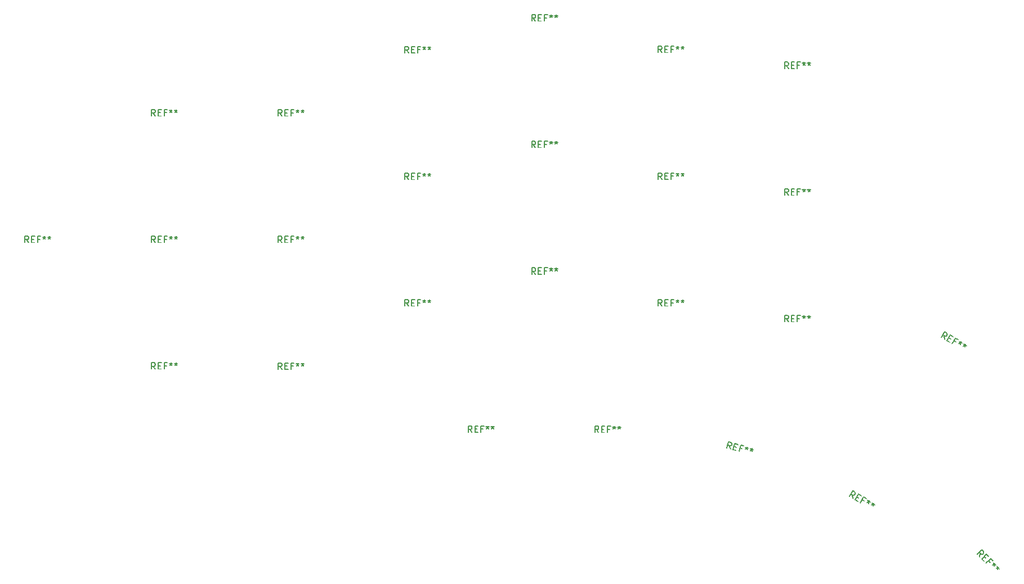
<source format=gto>
G04 #@! TF.GenerationSoftware,KiCad,Pcbnew,(5.1.10)-1*
G04 #@! TF.CreationDate,2021-10-25T12:35:37+03:00*
G04 #@! TF.ProjectId,top_plate,746f705f-706c-4617-9465-2e6b69636164,rev?*
G04 #@! TF.SameCoordinates,Original*
G04 #@! TF.FileFunction,Legend,Top*
G04 #@! TF.FilePolarity,Positive*
%FSLAX46Y46*%
G04 Gerber Fmt 4.6, Leading zero omitted, Abs format (unit mm)*
G04 Created by KiCad (PCBNEW (5.1.10)-1) date 2021-10-25 12:35:37*
%MOMM*%
%LPD*%
G01*
G04 APERTURE LIST*
%ADD10C,0.150000*%
%ADD11O,14.800000X2.000000*%
%ADD12O,2.000000X14.800000*%
%ADD13C,3.800000*%
G04 APERTURE END LIST*
D10*
X191794908Y-114899091D02*
X191744329Y-114320032D01*
X191300037Y-114613377D02*
X191800037Y-113747352D01*
X192129951Y-113937828D01*
X192188620Y-114026686D01*
X192206050Y-114091735D01*
X192199670Y-114198023D01*
X192128242Y-114321741D01*
X192039383Y-114380410D01*
X191974335Y-114397840D01*
X191868047Y-114391460D01*
X191538132Y-114200984D01*
X192427967Y-114659745D02*
X192716642Y-114826411D01*
X192578455Y-115351472D02*
X192166062Y-115113377D01*
X192666062Y-114247352D01*
X193078455Y-114485447D01*
X193500189Y-115278792D02*
X193211514Y-115112126D01*
X192949609Y-115565758D02*
X193449609Y-114699732D01*
X193862002Y-114937828D01*
X194315634Y-115199732D02*
X194196587Y-115405929D01*
X194038009Y-115204403D02*
X194196587Y-115405929D01*
X194450402Y-115442498D01*
X193977631Y-115499458D02*
X194196587Y-115405929D01*
X194225067Y-115642315D01*
X194975463Y-115580685D02*
X194856416Y-115786881D01*
X194697838Y-115585355D02*
X194856416Y-115786881D01*
X195110231Y-115823450D01*
X194637460Y-115880410D02*
X194856416Y-115786881D01*
X194884896Y-116023267D01*
X197093815Y-147679766D02*
X197194830Y-147107346D01*
X196689754Y-147275705D02*
X197396861Y-146568598D01*
X197666235Y-146837972D01*
X197699906Y-146938988D01*
X197699906Y-147006331D01*
X197666235Y-147107346D01*
X197565219Y-147208362D01*
X197464204Y-147242033D01*
X197396861Y-147242033D01*
X197295845Y-147208362D01*
X197026471Y-146938988D01*
X197767250Y-147612423D02*
X198002952Y-147848125D01*
X197733578Y-148319529D02*
X197396861Y-147982812D01*
X198103967Y-147275705D01*
X198440685Y-147612423D01*
X198642715Y-148487888D02*
X198407013Y-148252186D01*
X198036624Y-148622575D02*
X198743731Y-147915468D01*
X199080448Y-148252186D01*
X199450837Y-148622575D02*
X199282479Y-148790934D01*
X199181463Y-148555232D02*
X199282479Y-148790934D01*
X199518181Y-148891949D01*
X199046776Y-148824606D02*
X199282479Y-148790934D01*
X199248807Y-149026636D01*
X199989585Y-149161323D02*
X199821227Y-149329682D01*
X199720211Y-149093980D02*
X199821227Y-149329682D01*
X200056929Y-149430697D01*
X199585524Y-149363354D02*
X199821227Y-149329682D01*
X199787555Y-149565384D01*
X177977308Y-138851291D02*
X177926729Y-138272232D01*
X177482437Y-138565577D02*
X177982437Y-137699552D01*
X178312351Y-137890028D01*
X178371020Y-137978886D01*
X178388450Y-138043935D01*
X178382070Y-138150223D01*
X178310642Y-138273941D01*
X178221783Y-138332610D01*
X178156735Y-138350040D01*
X178050447Y-138343660D01*
X177720532Y-138153184D01*
X178610367Y-138611945D02*
X178899042Y-138778611D01*
X178760855Y-139303672D02*
X178348462Y-139065577D01*
X178848462Y-138199552D01*
X179260855Y-138437647D01*
X179682589Y-139230992D02*
X179393914Y-139064326D01*
X179132009Y-139517958D02*
X179632009Y-138651932D01*
X180044402Y-138890028D01*
X180498034Y-139151932D02*
X180378987Y-139358129D01*
X180220409Y-139156603D02*
X180378987Y-139358129D01*
X180632802Y-139394698D01*
X180160031Y-139451658D02*
X180378987Y-139358129D01*
X180407467Y-139594515D01*
X181157863Y-139532885D02*
X181038816Y-139739081D01*
X180880238Y-139537555D02*
X181038816Y-139739081D01*
X181292631Y-139775650D01*
X180819860Y-139832610D02*
X181038816Y-139739081D01*
X181067296Y-139975467D01*
X159604812Y-131428170D02*
X159406083Y-130881932D01*
X159052854Y-131280273D02*
X159311673Y-130314347D01*
X159679645Y-130412945D01*
X159759313Y-130483591D01*
X159792985Y-130541912D01*
X159814332Y-130646230D01*
X159777358Y-130784219D01*
X159706712Y-130863888D01*
X159648391Y-130897559D01*
X159544073Y-130918906D01*
X159176101Y-130820309D01*
X160154352Y-131033131D02*
X160476327Y-131119404D01*
X160478744Y-131662339D02*
X160018780Y-131539092D01*
X160277599Y-130573167D01*
X160737564Y-130696414D01*
X161350260Y-131353574D02*
X161028285Y-131267301D01*
X160892713Y-131773262D02*
X161151532Y-130807336D01*
X161611496Y-130930583D01*
X162117458Y-131066155D02*
X162055834Y-131296138D01*
X161850501Y-131142521D02*
X162055834Y-131296138D01*
X162310466Y-131265768D01*
X161868546Y-131443149D02*
X162055834Y-131296138D01*
X162144525Y-131517098D01*
X162853401Y-131263351D02*
X162791777Y-131493333D01*
X162586445Y-131339716D02*
X162791777Y-131493333D01*
X163046409Y-131462964D01*
X162604489Y-131640345D02*
X162791777Y-131493333D01*
X162880468Y-131714293D01*
X120739066Y-128907980D02*
X120405733Y-128431790D01*
X120167638Y-128907980D02*
X120167638Y-127907980D01*
X120548590Y-127907980D01*
X120643828Y-127955600D01*
X120691447Y-128003219D01*
X120739066Y-128098457D01*
X120739066Y-128241314D01*
X120691447Y-128336552D01*
X120643828Y-128384171D01*
X120548590Y-128431790D01*
X120167638Y-128431790D01*
X121167638Y-128384171D02*
X121500971Y-128384171D01*
X121643828Y-128907980D02*
X121167638Y-128907980D01*
X121167638Y-127907980D01*
X121643828Y-127907980D01*
X122405733Y-128384171D02*
X122072400Y-128384171D01*
X122072400Y-128907980D02*
X122072400Y-127907980D01*
X122548590Y-127907980D01*
X123072400Y-127907980D02*
X123072400Y-128146076D01*
X122834304Y-128050838D02*
X123072400Y-128146076D01*
X123310495Y-128050838D01*
X122929542Y-128336552D02*
X123072400Y-128146076D01*
X123215257Y-128336552D01*
X123834304Y-127907980D02*
X123834304Y-128146076D01*
X123596209Y-128050838D02*
X123834304Y-128146076D01*
X124072400Y-128050838D01*
X123691447Y-128336552D02*
X123834304Y-128146076D01*
X123977161Y-128336552D01*
X139789066Y-128933380D02*
X139455733Y-128457190D01*
X139217638Y-128933380D02*
X139217638Y-127933380D01*
X139598590Y-127933380D01*
X139693828Y-127981000D01*
X139741447Y-128028619D01*
X139789066Y-128123857D01*
X139789066Y-128266714D01*
X139741447Y-128361952D01*
X139693828Y-128409571D01*
X139598590Y-128457190D01*
X139217638Y-128457190D01*
X140217638Y-128409571D02*
X140550971Y-128409571D01*
X140693828Y-128933380D02*
X140217638Y-128933380D01*
X140217638Y-127933380D01*
X140693828Y-127933380D01*
X141455733Y-128409571D02*
X141122400Y-128409571D01*
X141122400Y-128933380D02*
X141122400Y-127933380D01*
X141598590Y-127933380D01*
X142122400Y-127933380D02*
X142122400Y-128171476D01*
X141884304Y-128076238D02*
X142122400Y-128171476D01*
X142360495Y-128076238D01*
X141979542Y-128361952D02*
X142122400Y-128171476D01*
X142265257Y-128361952D01*
X142884304Y-127933380D02*
X142884304Y-128171476D01*
X142646209Y-128076238D02*
X142884304Y-128171476D01*
X143122400Y-128076238D01*
X142741447Y-128361952D02*
X142884304Y-128171476D01*
X143027161Y-128361952D01*
X168338666Y-74120180D02*
X168005333Y-73643990D01*
X167767238Y-74120180D02*
X167767238Y-73120180D01*
X168148190Y-73120180D01*
X168243428Y-73167800D01*
X168291047Y-73215419D01*
X168338666Y-73310657D01*
X168338666Y-73453514D01*
X168291047Y-73548752D01*
X168243428Y-73596371D01*
X168148190Y-73643990D01*
X167767238Y-73643990D01*
X168767238Y-73596371D02*
X169100571Y-73596371D01*
X169243428Y-74120180D02*
X168767238Y-74120180D01*
X168767238Y-73120180D01*
X169243428Y-73120180D01*
X170005333Y-73596371D02*
X169672000Y-73596371D01*
X169672000Y-74120180D02*
X169672000Y-73120180D01*
X170148190Y-73120180D01*
X170672000Y-73120180D02*
X170672000Y-73358276D01*
X170433904Y-73263038D02*
X170672000Y-73358276D01*
X170910095Y-73263038D01*
X170529142Y-73548752D02*
X170672000Y-73358276D01*
X170814857Y-73548752D01*
X171433904Y-73120180D02*
X171433904Y-73358276D01*
X171195809Y-73263038D02*
X171433904Y-73358276D01*
X171672000Y-73263038D01*
X171291047Y-73548752D02*
X171433904Y-73358276D01*
X171576761Y-73548752D01*
X168338666Y-93195580D02*
X168005333Y-92719390D01*
X167767238Y-93195580D02*
X167767238Y-92195580D01*
X168148190Y-92195580D01*
X168243428Y-92243200D01*
X168291047Y-92290819D01*
X168338666Y-92386057D01*
X168338666Y-92528914D01*
X168291047Y-92624152D01*
X168243428Y-92671771D01*
X168148190Y-92719390D01*
X167767238Y-92719390D01*
X168767238Y-92671771D02*
X169100571Y-92671771D01*
X169243428Y-93195580D02*
X168767238Y-93195580D01*
X168767238Y-92195580D01*
X169243428Y-92195580D01*
X170005333Y-92671771D02*
X169672000Y-92671771D01*
X169672000Y-93195580D02*
X169672000Y-92195580D01*
X170148190Y-92195580D01*
X170672000Y-92195580D02*
X170672000Y-92433676D01*
X170433904Y-92338438D02*
X170672000Y-92433676D01*
X170910095Y-92338438D01*
X170529142Y-92624152D02*
X170672000Y-92433676D01*
X170814857Y-92624152D01*
X171433904Y-92195580D02*
X171433904Y-92433676D01*
X171195809Y-92338438D02*
X171433904Y-92433676D01*
X171672000Y-92338438D01*
X171291047Y-92624152D02*
X171433904Y-92433676D01*
X171576761Y-92624152D01*
X168338666Y-112270980D02*
X168005333Y-111794790D01*
X167767238Y-112270980D02*
X167767238Y-111270980D01*
X168148190Y-111270980D01*
X168243428Y-111318600D01*
X168291047Y-111366219D01*
X168338666Y-111461457D01*
X168338666Y-111604314D01*
X168291047Y-111699552D01*
X168243428Y-111747171D01*
X168148190Y-111794790D01*
X167767238Y-111794790D01*
X168767238Y-111747171D02*
X169100571Y-111747171D01*
X169243428Y-112270980D02*
X168767238Y-112270980D01*
X168767238Y-111270980D01*
X169243428Y-111270980D01*
X170005333Y-111747171D02*
X169672000Y-111747171D01*
X169672000Y-112270980D02*
X169672000Y-111270980D01*
X170148190Y-111270980D01*
X170672000Y-111270980D02*
X170672000Y-111509076D01*
X170433904Y-111413838D02*
X170672000Y-111509076D01*
X170910095Y-111413838D01*
X170529142Y-111699552D02*
X170672000Y-111509076D01*
X170814857Y-111699552D01*
X171433904Y-111270980D02*
X171433904Y-111509076D01*
X171195809Y-111413838D02*
X171433904Y-111509076D01*
X171672000Y-111413838D01*
X171291047Y-111699552D02*
X171433904Y-111509076D01*
X171576761Y-111699552D01*
X149314066Y-71732580D02*
X148980733Y-71256390D01*
X148742638Y-71732580D02*
X148742638Y-70732580D01*
X149123590Y-70732580D01*
X149218828Y-70780200D01*
X149266447Y-70827819D01*
X149314066Y-70923057D01*
X149314066Y-71065914D01*
X149266447Y-71161152D01*
X149218828Y-71208771D01*
X149123590Y-71256390D01*
X148742638Y-71256390D01*
X149742638Y-71208771D02*
X150075971Y-71208771D01*
X150218828Y-71732580D02*
X149742638Y-71732580D01*
X149742638Y-70732580D01*
X150218828Y-70732580D01*
X150980733Y-71208771D02*
X150647400Y-71208771D01*
X150647400Y-71732580D02*
X150647400Y-70732580D01*
X151123590Y-70732580D01*
X151647400Y-70732580D02*
X151647400Y-70970676D01*
X151409304Y-70875438D02*
X151647400Y-70970676D01*
X151885495Y-70875438D01*
X151504542Y-71161152D02*
X151647400Y-70970676D01*
X151790257Y-71161152D01*
X152409304Y-70732580D02*
X152409304Y-70970676D01*
X152171209Y-70875438D02*
X152409304Y-70970676D01*
X152647400Y-70875438D01*
X152266447Y-71161152D02*
X152409304Y-70970676D01*
X152552161Y-71161152D01*
X149314066Y-90807980D02*
X148980733Y-90331790D01*
X148742638Y-90807980D02*
X148742638Y-89807980D01*
X149123590Y-89807980D01*
X149218828Y-89855600D01*
X149266447Y-89903219D01*
X149314066Y-89998457D01*
X149314066Y-90141314D01*
X149266447Y-90236552D01*
X149218828Y-90284171D01*
X149123590Y-90331790D01*
X148742638Y-90331790D01*
X149742638Y-90284171D02*
X150075971Y-90284171D01*
X150218828Y-90807980D02*
X149742638Y-90807980D01*
X149742638Y-89807980D01*
X150218828Y-89807980D01*
X150980733Y-90284171D02*
X150647400Y-90284171D01*
X150647400Y-90807980D02*
X150647400Y-89807980D01*
X151123590Y-89807980D01*
X151647400Y-89807980D02*
X151647400Y-90046076D01*
X151409304Y-89950838D02*
X151647400Y-90046076D01*
X151885495Y-89950838D01*
X151504542Y-90236552D02*
X151647400Y-90046076D01*
X151790257Y-90236552D01*
X152409304Y-89807980D02*
X152409304Y-90046076D01*
X152171209Y-89950838D02*
X152409304Y-90046076D01*
X152647400Y-89950838D01*
X152266447Y-90236552D02*
X152409304Y-90046076D01*
X152552161Y-90236552D01*
X149314066Y-109883380D02*
X148980733Y-109407190D01*
X148742638Y-109883380D02*
X148742638Y-108883380D01*
X149123590Y-108883380D01*
X149218828Y-108931000D01*
X149266447Y-108978619D01*
X149314066Y-109073857D01*
X149314066Y-109216714D01*
X149266447Y-109311952D01*
X149218828Y-109359571D01*
X149123590Y-109407190D01*
X148742638Y-109407190D01*
X149742638Y-109359571D02*
X150075971Y-109359571D01*
X150218828Y-109883380D02*
X149742638Y-109883380D01*
X149742638Y-108883380D01*
X150218828Y-108883380D01*
X150980733Y-109359571D02*
X150647400Y-109359571D01*
X150647400Y-109883380D02*
X150647400Y-108883380D01*
X151123590Y-108883380D01*
X151647400Y-108883380D02*
X151647400Y-109121476D01*
X151409304Y-109026238D02*
X151647400Y-109121476D01*
X151885495Y-109026238D01*
X151504542Y-109311952D02*
X151647400Y-109121476D01*
X151790257Y-109311952D01*
X152409304Y-108883380D02*
X152409304Y-109121476D01*
X152171209Y-109026238D02*
X152409304Y-109121476D01*
X152647400Y-109026238D01*
X152266447Y-109311952D02*
X152409304Y-109121476D01*
X152552161Y-109311952D01*
X130289466Y-105108180D02*
X129956133Y-104631990D01*
X129718038Y-105108180D02*
X129718038Y-104108180D01*
X130098990Y-104108180D01*
X130194228Y-104155800D01*
X130241847Y-104203419D01*
X130289466Y-104298657D01*
X130289466Y-104441514D01*
X130241847Y-104536752D01*
X130194228Y-104584371D01*
X130098990Y-104631990D01*
X129718038Y-104631990D01*
X130718038Y-104584371D02*
X131051371Y-104584371D01*
X131194228Y-105108180D02*
X130718038Y-105108180D01*
X130718038Y-104108180D01*
X131194228Y-104108180D01*
X131956133Y-104584371D02*
X131622800Y-104584371D01*
X131622800Y-105108180D02*
X131622800Y-104108180D01*
X132098990Y-104108180D01*
X132622800Y-104108180D02*
X132622800Y-104346276D01*
X132384704Y-104251038D02*
X132622800Y-104346276D01*
X132860895Y-104251038D01*
X132479942Y-104536752D02*
X132622800Y-104346276D01*
X132765657Y-104536752D01*
X133384704Y-104108180D02*
X133384704Y-104346276D01*
X133146609Y-104251038D02*
X133384704Y-104346276D01*
X133622800Y-104251038D01*
X133241847Y-104536752D02*
X133384704Y-104346276D01*
X133527561Y-104536752D01*
X130289466Y-86032780D02*
X129956133Y-85556590D01*
X129718038Y-86032780D02*
X129718038Y-85032780D01*
X130098990Y-85032780D01*
X130194228Y-85080400D01*
X130241847Y-85128019D01*
X130289466Y-85223257D01*
X130289466Y-85366114D01*
X130241847Y-85461352D01*
X130194228Y-85508971D01*
X130098990Y-85556590D01*
X129718038Y-85556590D01*
X130718038Y-85508971D02*
X131051371Y-85508971D01*
X131194228Y-86032780D02*
X130718038Y-86032780D01*
X130718038Y-85032780D01*
X131194228Y-85032780D01*
X131956133Y-85508971D02*
X131622800Y-85508971D01*
X131622800Y-86032780D02*
X131622800Y-85032780D01*
X132098990Y-85032780D01*
X132622800Y-85032780D02*
X132622800Y-85270876D01*
X132384704Y-85175638D02*
X132622800Y-85270876D01*
X132860895Y-85175638D01*
X132479942Y-85461352D02*
X132622800Y-85270876D01*
X132765657Y-85461352D01*
X133384704Y-85032780D02*
X133384704Y-85270876D01*
X133146609Y-85175638D02*
X133384704Y-85270876D01*
X133622800Y-85175638D01*
X133241847Y-85461352D02*
X133384704Y-85270876D01*
X133527561Y-85461352D01*
X130289466Y-66957380D02*
X129956133Y-66481190D01*
X129718038Y-66957380D02*
X129718038Y-65957380D01*
X130098990Y-65957380D01*
X130194228Y-66005000D01*
X130241847Y-66052619D01*
X130289466Y-66147857D01*
X130289466Y-66290714D01*
X130241847Y-66385952D01*
X130194228Y-66433571D01*
X130098990Y-66481190D01*
X129718038Y-66481190D01*
X130718038Y-66433571D02*
X131051371Y-66433571D01*
X131194228Y-66957380D02*
X130718038Y-66957380D01*
X130718038Y-65957380D01*
X131194228Y-65957380D01*
X131956133Y-66433571D02*
X131622800Y-66433571D01*
X131622800Y-66957380D02*
X131622800Y-65957380D01*
X132098990Y-65957380D01*
X132622800Y-65957380D02*
X132622800Y-66195476D01*
X132384704Y-66100238D02*
X132622800Y-66195476D01*
X132860895Y-66100238D01*
X132479942Y-66385952D02*
X132622800Y-66195476D01*
X132765657Y-66385952D01*
X133384704Y-65957380D02*
X133384704Y-66195476D01*
X133146609Y-66100238D02*
X133384704Y-66195476D01*
X133622800Y-66100238D01*
X133241847Y-66385952D02*
X133384704Y-66195476D01*
X133527561Y-66385952D01*
X111214066Y-109908780D02*
X110880733Y-109432590D01*
X110642638Y-109908780D02*
X110642638Y-108908780D01*
X111023590Y-108908780D01*
X111118828Y-108956400D01*
X111166447Y-109004019D01*
X111214066Y-109099257D01*
X111214066Y-109242114D01*
X111166447Y-109337352D01*
X111118828Y-109384971D01*
X111023590Y-109432590D01*
X110642638Y-109432590D01*
X111642638Y-109384971D02*
X111975971Y-109384971D01*
X112118828Y-109908780D02*
X111642638Y-109908780D01*
X111642638Y-108908780D01*
X112118828Y-108908780D01*
X112880733Y-109384971D02*
X112547400Y-109384971D01*
X112547400Y-109908780D02*
X112547400Y-108908780D01*
X113023590Y-108908780D01*
X113547400Y-108908780D02*
X113547400Y-109146876D01*
X113309304Y-109051638D02*
X113547400Y-109146876D01*
X113785495Y-109051638D01*
X113404542Y-109337352D02*
X113547400Y-109146876D01*
X113690257Y-109337352D01*
X114309304Y-108908780D02*
X114309304Y-109146876D01*
X114071209Y-109051638D02*
X114309304Y-109146876D01*
X114547400Y-109051638D01*
X114166447Y-109337352D02*
X114309304Y-109146876D01*
X114452161Y-109337352D01*
X111214066Y-90833380D02*
X110880733Y-90357190D01*
X110642638Y-90833380D02*
X110642638Y-89833380D01*
X111023590Y-89833380D01*
X111118828Y-89881000D01*
X111166447Y-89928619D01*
X111214066Y-90023857D01*
X111214066Y-90166714D01*
X111166447Y-90261952D01*
X111118828Y-90309571D01*
X111023590Y-90357190D01*
X110642638Y-90357190D01*
X111642638Y-90309571D02*
X111975971Y-90309571D01*
X112118828Y-90833380D02*
X111642638Y-90833380D01*
X111642638Y-89833380D01*
X112118828Y-89833380D01*
X112880733Y-90309571D02*
X112547400Y-90309571D01*
X112547400Y-90833380D02*
X112547400Y-89833380D01*
X113023590Y-89833380D01*
X113547400Y-89833380D02*
X113547400Y-90071476D01*
X113309304Y-89976238D02*
X113547400Y-90071476D01*
X113785495Y-89976238D01*
X113404542Y-90261952D02*
X113547400Y-90071476D01*
X113690257Y-90261952D01*
X114309304Y-89833380D02*
X114309304Y-90071476D01*
X114071209Y-89976238D02*
X114309304Y-90071476D01*
X114547400Y-89976238D01*
X114166447Y-90261952D02*
X114309304Y-90071476D01*
X114452161Y-90261952D01*
X111214066Y-71757980D02*
X110880733Y-71281790D01*
X110642638Y-71757980D02*
X110642638Y-70757980D01*
X111023590Y-70757980D01*
X111118828Y-70805600D01*
X111166447Y-70853219D01*
X111214066Y-70948457D01*
X111214066Y-71091314D01*
X111166447Y-71186552D01*
X111118828Y-71234171D01*
X111023590Y-71281790D01*
X110642638Y-71281790D01*
X111642638Y-71234171D02*
X111975971Y-71234171D01*
X112118828Y-71757980D02*
X111642638Y-71757980D01*
X111642638Y-70757980D01*
X112118828Y-70757980D01*
X112880733Y-71234171D02*
X112547400Y-71234171D01*
X112547400Y-71757980D02*
X112547400Y-70757980D01*
X113023590Y-70757980D01*
X113547400Y-70757980D02*
X113547400Y-70996076D01*
X113309304Y-70900838D02*
X113547400Y-70996076D01*
X113785495Y-70900838D01*
X113404542Y-71186552D02*
X113547400Y-70996076D01*
X113690257Y-71186552D01*
X114309304Y-70757980D02*
X114309304Y-70996076D01*
X114071209Y-70900838D02*
X114309304Y-70996076D01*
X114547400Y-70900838D01*
X114166447Y-71186552D02*
X114309304Y-70996076D01*
X114452161Y-71186552D01*
X92164066Y-119433780D02*
X91830733Y-118957590D01*
X91592638Y-119433780D02*
X91592638Y-118433780D01*
X91973590Y-118433780D01*
X92068828Y-118481400D01*
X92116447Y-118529019D01*
X92164066Y-118624257D01*
X92164066Y-118767114D01*
X92116447Y-118862352D01*
X92068828Y-118909971D01*
X91973590Y-118957590D01*
X91592638Y-118957590D01*
X92592638Y-118909971D02*
X92925971Y-118909971D01*
X93068828Y-119433780D02*
X92592638Y-119433780D01*
X92592638Y-118433780D01*
X93068828Y-118433780D01*
X93830733Y-118909971D02*
X93497400Y-118909971D01*
X93497400Y-119433780D02*
X93497400Y-118433780D01*
X93973590Y-118433780D01*
X94497400Y-118433780D02*
X94497400Y-118671876D01*
X94259304Y-118576638D02*
X94497400Y-118671876D01*
X94735495Y-118576638D01*
X94354542Y-118862352D02*
X94497400Y-118671876D01*
X94640257Y-118862352D01*
X95259304Y-118433780D02*
X95259304Y-118671876D01*
X95021209Y-118576638D02*
X95259304Y-118671876D01*
X95497400Y-118576638D01*
X95116447Y-118862352D02*
X95259304Y-118671876D01*
X95402161Y-118862352D01*
X92164066Y-100358380D02*
X91830733Y-99882190D01*
X91592638Y-100358380D02*
X91592638Y-99358380D01*
X91973590Y-99358380D01*
X92068828Y-99406000D01*
X92116447Y-99453619D01*
X92164066Y-99548857D01*
X92164066Y-99691714D01*
X92116447Y-99786952D01*
X92068828Y-99834571D01*
X91973590Y-99882190D01*
X91592638Y-99882190D01*
X92592638Y-99834571D02*
X92925971Y-99834571D01*
X93068828Y-100358380D02*
X92592638Y-100358380D01*
X92592638Y-99358380D01*
X93068828Y-99358380D01*
X93830733Y-99834571D02*
X93497400Y-99834571D01*
X93497400Y-100358380D02*
X93497400Y-99358380D01*
X93973590Y-99358380D01*
X94497400Y-99358380D02*
X94497400Y-99596476D01*
X94259304Y-99501238D02*
X94497400Y-99596476D01*
X94735495Y-99501238D01*
X94354542Y-99786952D02*
X94497400Y-99596476D01*
X94640257Y-99786952D01*
X95259304Y-99358380D02*
X95259304Y-99596476D01*
X95021209Y-99501238D02*
X95259304Y-99596476D01*
X95497400Y-99501238D01*
X95116447Y-99786952D02*
X95259304Y-99596476D01*
X95402161Y-99786952D01*
X92164066Y-81282980D02*
X91830733Y-80806790D01*
X91592638Y-81282980D02*
X91592638Y-80282980D01*
X91973590Y-80282980D01*
X92068828Y-80330600D01*
X92116447Y-80378219D01*
X92164066Y-80473457D01*
X92164066Y-80616314D01*
X92116447Y-80711552D01*
X92068828Y-80759171D01*
X91973590Y-80806790D01*
X91592638Y-80806790D01*
X92592638Y-80759171D02*
X92925971Y-80759171D01*
X93068828Y-81282980D02*
X92592638Y-81282980D01*
X92592638Y-80282980D01*
X93068828Y-80282980D01*
X93830733Y-80759171D02*
X93497400Y-80759171D01*
X93497400Y-81282980D02*
X93497400Y-80282980D01*
X93973590Y-80282980D01*
X94497400Y-80282980D02*
X94497400Y-80521076D01*
X94259304Y-80425838D02*
X94497400Y-80521076D01*
X94735495Y-80425838D01*
X94354542Y-80711552D02*
X94497400Y-80521076D01*
X94640257Y-80711552D01*
X95259304Y-80282980D02*
X95259304Y-80521076D01*
X95021209Y-80425838D02*
X95259304Y-80521076D01*
X95497400Y-80425838D01*
X95116447Y-80711552D02*
X95259304Y-80521076D01*
X95402161Y-80711552D01*
X73114066Y-119408380D02*
X72780733Y-118932190D01*
X72542638Y-119408380D02*
X72542638Y-118408380D01*
X72923590Y-118408380D01*
X73018828Y-118456000D01*
X73066447Y-118503619D01*
X73114066Y-118598857D01*
X73114066Y-118741714D01*
X73066447Y-118836952D01*
X73018828Y-118884571D01*
X72923590Y-118932190D01*
X72542638Y-118932190D01*
X73542638Y-118884571D02*
X73875971Y-118884571D01*
X74018828Y-119408380D02*
X73542638Y-119408380D01*
X73542638Y-118408380D01*
X74018828Y-118408380D01*
X74780733Y-118884571D02*
X74447400Y-118884571D01*
X74447400Y-119408380D02*
X74447400Y-118408380D01*
X74923590Y-118408380D01*
X75447400Y-118408380D02*
X75447400Y-118646476D01*
X75209304Y-118551238D02*
X75447400Y-118646476D01*
X75685495Y-118551238D01*
X75304542Y-118836952D02*
X75447400Y-118646476D01*
X75590257Y-118836952D01*
X76209304Y-118408380D02*
X76209304Y-118646476D01*
X75971209Y-118551238D02*
X76209304Y-118646476D01*
X76447400Y-118551238D01*
X76066447Y-118836952D02*
X76209304Y-118646476D01*
X76352161Y-118836952D01*
X73114066Y-100332980D02*
X72780733Y-99856790D01*
X72542638Y-100332980D02*
X72542638Y-99332980D01*
X72923590Y-99332980D01*
X73018828Y-99380600D01*
X73066447Y-99428219D01*
X73114066Y-99523457D01*
X73114066Y-99666314D01*
X73066447Y-99761552D01*
X73018828Y-99809171D01*
X72923590Y-99856790D01*
X72542638Y-99856790D01*
X73542638Y-99809171D02*
X73875971Y-99809171D01*
X74018828Y-100332980D02*
X73542638Y-100332980D01*
X73542638Y-99332980D01*
X74018828Y-99332980D01*
X74780733Y-99809171D02*
X74447400Y-99809171D01*
X74447400Y-100332980D02*
X74447400Y-99332980D01*
X74923590Y-99332980D01*
X75447400Y-99332980D02*
X75447400Y-99571076D01*
X75209304Y-99475838D02*
X75447400Y-99571076D01*
X75685495Y-99475838D01*
X75304542Y-99761552D02*
X75447400Y-99571076D01*
X75590257Y-99761552D01*
X76209304Y-99332980D02*
X76209304Y-99571076D01*
X75971209Y-99475838D02*
X76209304Y-99571076D01*
X76447400Y-99475838D01*
X76066447Y-99761552D02*
X76209304Y-99571076D01*
X76352161Y-99761552D01*
X73114066Y-81257580D02*
X72780733Y-80781390D01*
X72542638Y-81257580D02*
X72542638Y-80257580D01*
X72923590Y-80257580D01*
X73018828Y-80305200D01*
X73066447Y-80352819D01*
X73114066Y-80448057D01*
X73114066Y-80590914D01*
X73066447Y-80686152D01*
X73018828Y-80733771D01*
X72923590Y-80781390D01*
X72542638Y-80781390D01*
X73542638Y-80733771D02*
X73875971Y-80733771D01*
X74018828Y-81257580D02*
X73542638Y-81257580D01*
X73542638Y-80257580D01*
X74018828Y-80257580D01*
X74780733Y-80733771D02*
X74447400Y-80733771D01*
X74447400Y-81257580D02*
X74447400Y-80257580D01*
X74923590Y-80257580D01*
X75447400Y-80257580D02*
X75447400Y-80495676D01*
X75209304Y-80400438D02*
X75447400Y-80495676D01*
X75685495Y-80400438D01*
X75304542Y-80686152D02*
X75447400Y-80495676D01*
X75590257Y-80686152D01*
X76209304Y-80257580D02*
X76209304Y-80495676D01*
X75971209Y-80400438D02*
X76209304Y-80495676D01*
X76447400Y-80400438D01*
X76066447Y-80686152D02*
X76209304Y-80495676D01*
X76352161Y-80686152D01*
X54064066Y-100332980D02*
X53730733Y-99856790D01*
X53492638Y-100332980D02*
X53492638Y-99332980D01*
X53873590Y-99332980D01*
X53968828Y-99380600D01*
X54016447Y-99428219D01*
X54064066Y-99523457D01*
X54064066Y-99666314D01*
X54016447Y-99761552D01*
X53968828Y-99809171D01*
X53873590Y-99856790D01*
X53492638Y-99856790D01*
X54492638Y-99809171D02*
X54825971Y-99809171D01*
X54968828Y-100332980D02*
X54492638Y-100332980D01*
X54492638Y-99332980D01*
X54968828Y-99332980D01*
X55730733Y-99809171D02*
X55397400Y-99809171D01*
X55397400Y-100332980D02*
X55397400Y-99332980D01*
X55873590Y-99332980D01*
X56397400Y-99332980D02*
X56397400Y-99571076D01*
X56159304Y-99475838D02*
X56397400Y-99571076D01*
X56635495Y-99475838D01*
X56254542Y-99761552D02*
X56397400Y-99571076D01*
X56540257Y-99761552D01*
X57159304Y-99332980D02*
X57159304Y-99571076D01*
X56921209Y-99475838D02*
X57159304Y-99571076D01*
X57397400Y-99475838D01*
X57016447Y-99761552D02*
X57159304Y-99571076D01*
X57302161Y-99761552D01*
%LPC*%
G36*
G01*
X192422212Y-101679237D02*
X192422212Y-101679237D01*
G75*
G02*
X193788237Y-101313212I866025J-500000D01*
G01*
X204873363Y-107713212D01*
G75*
G02*
X205239388Y-109079237I-500000J-866025D01*
G01*
X205239388Y-109079237D01*
G75*
G02*
X203873363Y-109445262I-866025J500000D01*
G01*
X192788237Y-103045262D01*
G75*
G02*
X192422212Y-101679237I500000J866025D01*
G01*
G37*
G36*
G01*
X193788237Y-101313212D02*
X193788237Y-101313212D01*
G75*
G02*
X194154262Y-102679237I-500000J-866025D01*
G01*
X187754262Y-113764363D01*
G75*
G02*
X186388237Y-114130388I-866025J500000D01*
G01*
X186388237Y-114130388D01*
G75*
G02*
X186022212Y-112764363I500000J866025D01*
G01*
X192422212Y-101679237D01*
G75*
G02*
X193788237Y-101313212I866025J-500000D01*
G01*
G37*
G36*
G01*
X186022212Y-112764363D02*
X186022212Y-112764363D01*
G75*
G02*
X187388237Y-112398338I866025J-500000D01*
G01*
X198473363Y-118798338D01*
G75*
G02*
X198839388Y-120164363I-500000J-866025D01*
G01*
X198839388Y-120164363D01*
G75*
G02*
X197473363Y-120530388I-866025J500000D01*
G01*
X186388237Y-114130388D01*
G75*
G02*
X186022212Y-112764363I500000J866025D01*
G01*
G37*
G36*
G01*
X204878363Y-107704552D02*
X204878363Y-107704552D01*
G75*
G02*
X205244388Y-109070577I-500000J-866025D01*
G01*
X198844388Y-120155703D01*
G75*
G02*
X197478363Y-120521728I-866025J500000D01*
G01*
X197478363Y-120521728D01*
G75*
G02*
X197112338Y-119155703I500000J866025D01*
G01*
X203512338Y-108070577D01*
G75*
G02*
X204878363Y-107704552I866025J-500000D01*
G01*
G37*
G36*
G01*
X201121293Y-135072727D02*
X201121293Y-135072727D01*
G75*
G02*
X202535507Y-135072727I707107J-707107D01*
G01*
X211586473Y-144123693D01*
G75*
G02*
X211586473Y-145537907I-707107J-707107D01*
G01*
X211586473Y-145537907D01*
G75*
G02*
X210172259Y-145537907I-707107J707107D01*
G01*
X201121293Y-136486941D01*
G75*
G02*
X201121293Y-135072727I707107J707107D01*
G01*
G37*
G36*
G01*
X202535507Y-135072727D02*
X202535507Y-135072727D01*
G75*
G02*
X202535507Y-136486941I-707107J-707107D01*
G01*
X193484541Y-145537907D01*
G75*
G02*
X192070327Y-145537907I-707107J707107D01*
G01*
X192070327Y-145537907D01*
G75*
G02*
X192070327Y-144123693I707107J707107D01*
G01*
X201121293Y-135072727D01*
G75*
G02*
X202535507Y-135072727I707107J-707107D01*
G01*
G37*
G36*
G01*
X192070327Y-144123693D02*
X192070327Y-144123693D01*
G75*
G02*
X193484541Y-144123693I707107J-707107D01*
G01*
X202535507Y-153174659D01*
G75*
G02*
X202535507Y-154588873I-707107J-707107D01*
G01*
X202535507Y-154588873D01*
G75*
G02*
X201121293Y-154588873I-707107J707107D01*
G01*
X192070327Y-145537907D01*
G75*
G02*
X192070327Y-144123693I707107J707107D01*
G01*
G37*
G36*
G01*
X211593544Y-144116622D02*
X211593544Y-144116622D01*
G75*
G02*
X211593544Y-145530836I-707107J-707107D01*
G01*
X202542578Y-154581802D01*
G75*
G02*
X201128364Y-154581802I-707107J707107D01*
G01*
X201128364Y-154581802D01*
G75*
G02*
X201128364Y-153167588I707107J707107D01*
G01*
X210179330Y-144116622D01*
G75*
G02*
X211593544Y-144116622I707107J-707107D01*
G01*
G37*
G36*
G01*
X178604612Y-125631437D02*
X178604612Y-125631437D01*
G75*
G02*
X179970637Y-125265412I866025J-500000D01*
G01*
X191055763Y-131665412D01*
G75*
G02*
X191421788Y-133031437I-500000J-866025D01*
G01*
X191421788Y-133031437D01*
G75*
G02*
X190055763Y-133397462I-866025J500000D01*
G01*
X178970637Y-126997462D01*
G75*
G02*
X178604612Y-125631437I500000J866025D01*
G01*
G37*
G36*
G01*
X179970637Y-125265412D02*
X179970637Y-125265412D01*
G75*
G02*
X180336662Y-126631437I-500000J-866025D01*
G01*
X173936662Y-137716563D01*
G75*
G02*
X172570637Y-138082588I-866025J500000D01*
G01*
X172570637Y-138082588D01*
G75*
G02*
X172204612Y-136716563I500000J866025D01*
G01*
X178604612Y-125631437D01*
G75*
G02*
X179970637Y-125265412I866025J-500000D01*
G01*
G37*
G36*
G01*
X172204612Y-136716563D02*
X172204612Y-136716563D01*
G75*
G02*
X173570637Y-136350538I866025J-500000D01*
G01*
X184655763Y-142750538D01*
G75*
G02*
X185021788Y-144116563I-500000J-866025D01*
G01*
X185021788Y-144116563D01*
G75*
G02*
X183655763Y-144482588I-866025J500000D01*
G01*
X172570637Y-138082588D01*
G75*
G02*
X172204612Y-136716563I500000J866025D01*
G01*
G37*
G36*
G01*
X191060763Y-131656752D02*
X191060763Y-131656752D01*
G75*
G02*
X191426788Y-133022777I-500000J-866025D01*
G01*
X185026788Y-144107903D01*
G75*
G02*
X183660763Y-144473928I-866025J500000D01*
G01*
X183660763Y-144473928D01*
G75*
G02*
X183294738Y-143107903I500000J866025D01*
G01*
X189694738Y-132022777D01*
G75*
G02*
X191060763Y-131656752I866025J-500000D01*
G01*
G37*
G36*
G01*
X156789191Y-118496414D02*
X156789191Y-118496414D01*
G75*
G02*
X158013936Y-117789307I965926J-258819D01*
G01*
X170377786Y-121102191D01*
G75*
G02*
X171084893Y-122326936I-258819J-965926D01*
G01*
X171084893Y-122326936D01*
G75*
G02*
X169860148Y-123034043I-965926J258819D01*
G01*
X157496298Y-119721159D01*
G75*
G02*
X156789191Y-118496414I258819J965926D01*
G01*
G37*
G36*
G01*
X158013936Y-117789307D02*
X158013936Y-117789307D01*
G75*
G02*
X158721043Y-119014052I-258819J-965926D01*
G01*
X155408159Y-131377902D01*
G75*
G02*
X154183414Y-132085009I-965926J258819D01*
G01*
X154183414Y-132085009D01*
G75*
G02*
X153476307Y-130860264I258819J965926D01*
G01*
X156789191Y-118496414D01*
G75*
G02*
X158013936Y-117789307I965926J-258819D01*
G01*
G37*
G36*
G01*
X153476307Y-130860264D02*
X153476307Y-130860264D01*
G75*
G02*
X154701052Y-130153157I965926J-258819D01*
G01*
X167064902Y-133466041D01*
G75*
G02*
X167772009Y-134690786I-258819J-965926D01*
G01*
X167772009Y-134690786D01*
G75*
G02*
X166547264Y-135397893I-965926J258819D01*
G01*
X154183414Y-132085009D01*
G75*
G02*
X153476307Y-130860264I258819J965926D01*
G01*
G37*
G36*
G01*
X170380374Y-121092532D02*
X170380374Y-121092532D01*
G75*
G02*
X171087481Y-122317277I-258819J-965926D01*
G01*
X167774597Y-134681127D01*
G75*
G02*
X166549852Y-135388234I-965926J258819D01*
G01*
X166549852Y-135388234D01*
G75*
G02*
X165842745Y-134163489I258819J965926D01*
G01*
X169155629Y-121799639D01*
G75*
G02*
X170380374Y-121092532I965926J-258819D01*
G01*
G37*
D11*
X122072400Y-117145600D03*
D12*
X115672400Y-123545600D03*
D11*
X122072400Y-129945600D03*
D12*
X128472400Y-123535600D03*
X147522400Y-123561000D03*
D11*
X141122400Y-129971000D03*
D12*
X134722400Y-123571000D03*
D11*
X141122400Y-117171000D03*
X169672000Y-62357800D03*
D12*
X163272000Y-68757800D03*
D11*
X169672000Y-75157800D03*
D12*
X176072000Y-68747800D03*
X176072000Y-87823200D03*
D11*
X169672000Y-94233200D03*
D12*
X163272000Y-87833200D03*
D11*
X169672000Y-81433200D03*
D12*
X176072000Y-106898600D03*
D11*
X169672000Y-113308600D03*
D12*
X163272000Y-106908600D03*
D11*
X169672000Y-100508600D03*
X150647400Y-59970200D03*
D12*
X144247400Y-66370200D03*
D11*
X150647400Y-72770200D03*
D12*
X157047400Y-66360200D03*
X157047400Y-85435600D03*
D11*
X150647400Y-91845600D03*
D12*
X144247400Y-85445600D03*
D11*
X150647400Y-79045600D03*
D12*
X157047400Y-104511000D03*
D11*
X150647400Y-110921000D03*
D12*
X144247400Y-104521000D03*
D11*
X150647400Y-98121000D03*
X131622800Y-93345800D03*
D12*
X125222800Y-99745800D03*
D11*
X131622800Y-106145800D03*
D12*
X138022800Y-99735800D03*
D11*
X131622800Y-74270400D03*
D12*
X125222800Y-80670400D03*
D11*
X131622800Y-87070400D03*
D12*
X138022800Y-80660400D03*
X138022800Y-61585000D03*
D11*
X131622800Y-67995000D03*
D12*
X125222800Y-61595000D03*
D11*
X131622800Y-55195000D03*
X112547400Y-98146400D03*
D12*
X106147400Y-104546400D03*
D11*
X112547400Y-110946400D03*
D12*
X118947400Y-104536400D03*
D11*
X112547400Y-79071000D03*
D12*
X106147400Y-85471000D03*
D11*
X112547400Y-91871000D03*
D12*
X118947400Y-85461000D03*
X118947400Y-66385600D03*
D11*
X112547400Y-72795600D03*
D12*
X106147400Y-66395600D03*
D11*
X112547400Y-59995600D03*
X93497400Y-107671400D03*
D12*
X87097400Y-114071400D03*
D11*
X93497400Y-120471400D03*
D12*
X99897400Y-114061400D03*
D11*
X93497400Y-88596000D03*
D12*
X87097400Y-94996000D03*
D11*
X93497400Y-101396000D03*
D12*
X99897400Y-94986000D03*
X99897400Y-75910600D03*
D11*
X93497400Y-82320600D03*
D12*
X87097400Y-75920600D03*
D11*
X93497400Y-69520600D03*
D12*
X80847400Y-114036000D03*
D11*
X74447400Y-120446000D03*
D12*
X68047400Y-114046000D03*
D11*
X74447400Y-107646000D03*
D12*
X80847400Y-94960600D03*
D11*
X74447400Y-101370600D03*
D12*
X68047400Y-94970600D03*
D11*
X74447400Y-88570600D03*
X74447400Y-69495200D03*
D12*
X68047400Y-75895200D03*
D11*
X74447400Y-82295200D03*
D12*
X80847400Y-75885200D03*
X61797400Y-94960600D03*
D11*
X55397400Y-101370600D03*
D12*
X48997400Y-94970600D03*
D11*
X55397400Y-88570600D03*
D13*
X108077000Y-117906800D03*
X153085800Y-115951000D03*
X198323200Y-130581400D03*
X182372000Y-96062800D03*
X159943800Y-76225400D03*
X118160800Y-75920600D03*
X83921600Y-85547200D03*
X55295800Y-106984800D03*
M02*

</source>
